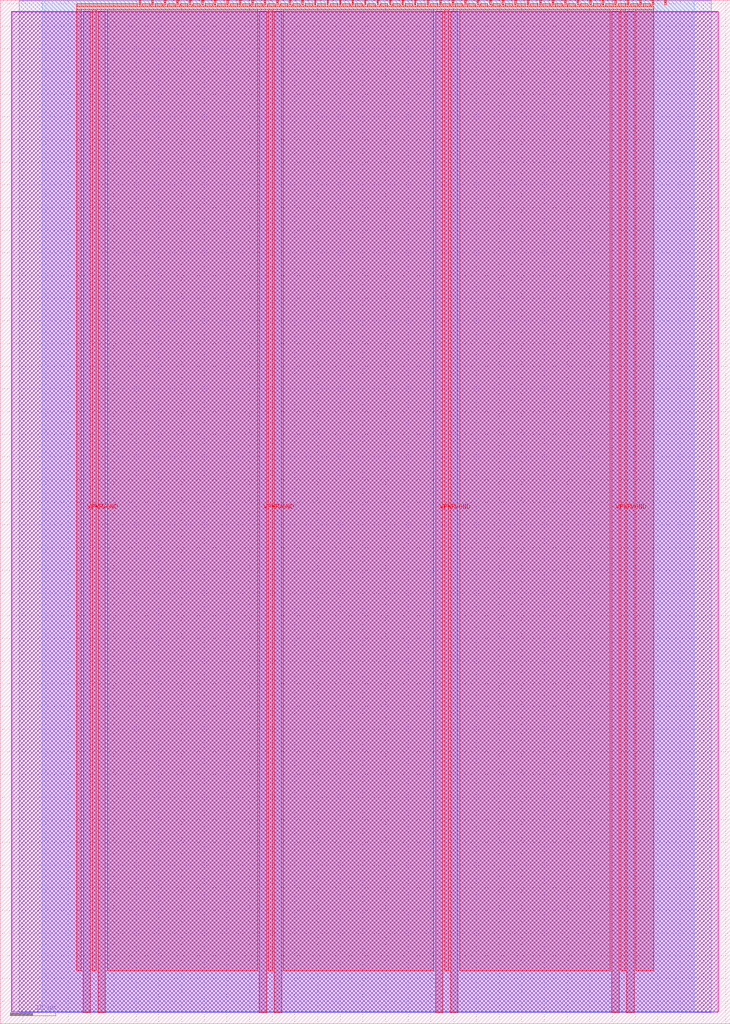
<source format=lef>
VERSION 5.7 ;
  NOWIREEXTENSIONATPIN ON ;
  DIVIDERCHAR "/" ;
  BUSBITCHARS "[]" ;
MACRO tt_um_revenantx86_tinytpu
  CLASS BLOCK ;
  FOREIGN tt_um_revenantx86_tinytpu ;
  ORIGIN 0.000 0.000 ;
  SIZE 161.000 BY 225.760 ;
  PIN VGND
    DIRECTION INOUT ;
    USE GROUND ;
    PORT
      LAYER met4 ;
        RECT 21.580 2.480 23.180 223.280 ;
    END
    PORT
      LAYER met4 ;
        RECT 60.450 2.480 62.050 223.280 ;
    END
    PORT
      LAYER met4 ;
        RECT 99.320 2.480 100.920 223.280 ;
    END
    PORT
      LAYER met4 ;
        RECT 138.190 2.480 139.790 223.280 ;
    END
  END VGND
  PIN VPWR
    DIRECTION INOUT ;
    USE POWER ;
    PORT
      LAYER met4 ;
        RECT 18.280 2.480 19.880 223.280 ;
    END
    PORT
      LAYER met4 ;
        RECT 57.150 2.480 58.750 223.280 ;
    END
    PORT
      LAYER met4 ;
        RECT 96.020 2.480 97.620 223.280 ;
    END
    PORT
      LAYER met4 ;
        RECT 134.890 2.480 136.490 223.280 ;
    END
  END VPWR
  PIN clk
    DIRECTION INPUT ;
    USE SIGNAL ;
    ANTENNAGATEAREA 0.852000 ;
    PORT
      LAYER met4 ;
        RECT 143.830 224.760 144.130 225.760 ;
    END
  END clk
  PIN ena
    DIRECTION INPUT ;
    USE SIGNAL ;
    PORT
      LAYER met4 ;
        RECT 146.590 224.760 146.890 225.760 ;
    END
  END ena
  PIN rst_n
    DIRECTION INPUT ;
    USE SIGNAL ;
    ANTENNAGATEAREA 0.213000 ;
    PORT
      LAYER met4 ;
        RECT 141.070 224.760 141.370 225.760 ;
    END
  END rst_n
  PIN ui_in[0]
    DIRECTION INPUT ;
    USE SIGNAL ;
    ANTENNAGATEAREA 0.196500 ;
    PORT
      LAYER met4 ;
        RECT 138.310 224.760 138.610 225.760 ;
    END
  END ui_in[0]
  PIN ui_in[1]
    DIRECTION INPUT ;
    USE SIGNAL ;
    ANTENNAGATEAREA 0.196500 ;
    PORT
      LAYER met4 ;
        RECT 135.550 224.760 135.850 225.760 ;
    END
  END ui_in[1]
  PIN ui_in[2]
    DIRECTION INPUT ;
    USE SIGNAL ;
    ANTENNAGATEAREA 0.213000 ;
    PORT
      LAYER met4 ;
        RECT 132.790 224.760 133.090 225.760 ;
    END
  END ui_in[2]
  PIN ui_in[3]
    DIRECTION INPUT ;
    USE SIGNAL ;
    ANTENNAGATEAREA 0.213000 ;
    PORT
      LAYER met4 ;
        RECT 130.030 224.760 130.330 225.760 ;
    END
  END ui_in[3]
  PIN ui_in[4]
    DIRECTION INPUT ;
    USE SIGNAL ;
    PORT
      LAYER met4 ;
        RECT 127.270 224.760 127.570 225.760 ;
    END
  END ui_in[4]
  PIN ui_in[5]
    DIRECTION INPUT ;
    USE SIGNAL ;
    PORT
      LAYER met4 ;
        RECT 124.510 224.760 124.810 225.760 ;
    END
  END ui_in[5]
  PIN ui_in[6]
    DIRECTION INPUT ;
    USE SIGNAL ;
    PORT
      LAYER met4 ;
        RECT 121.750 224.760 122.050 225.760 ;
    END
  END ui_in[6]
  PIN ui_in[7]
    DIRECTION INPUT ;
    USE SIGNAL ;
    PORT
      LAYER met4 ;
        RECT 118.990 224.760 119.290 225.760 ;
    END
  END ui_in[7]
  PIN uio_in[0]
    DIRECTION INPUT ;
    USE SIGNAL ;
    PORT
      LAYER met4 ;
        RECT 116.230 224.760 116.530 225.760 ;
    END
  END uio_in[0]
  PIN uio_in[1]
    DIRECTION INPUT ;
    USE SIGNAL ;
    PORT
      LAYER met4 ;
        RECT 113.470 224.760 113.770 225.760 ;
    END
  END uio_in[1]
  PIN uio_in[2]
    DIRECTION INPUT ;
    USE SIGNAL ;
    PORT
      LAYER met4 ;
        RECT 110.710 224.760 111.010 225.760 ;
    END
  END uio_in[2]
  PIN uio_in[3]
    DIRECTION INPUT ;
    USE SIGNAL ;
    PORT
      LAYER met4 ;
        RECT 107.950 224.760 108.250 225.760 ;
    END
  END uio_in[3]
  PIN uio_in[4]
    DIRECTION INPUT ;
    USE SIGNAL ;
    PORT
      LAYER met4 ;
        RECT 105.190 224.760 105.490 225.760 ;
    END
  END uio_in[4]
  PIN uio_in[5]
    DIRECTION INPUT ;
    USE SIGNAL ;
    PORT
      LAYER met4 ;
        RECT 102.430 224.760 102.730 225.760 ;
    END
  END uio_in[5]
  PIN uio_in[6]
    DIRECTION INPUT ;
    USE SIGNAL ;
    PORT
      LAYER met4 ;
        RECT 99.670 224.760 99.970 225.760 ;
    END
  END uio_in[6]
  PIN uio_in[7]
    DIRECTION INPUT ;
    USE SIGNAL ;
    PORT
      LAYER met4 ;
        RECT 96.910 224.760 97.210 225.760 ;
    END
  END uio_in[7]
  PIN uio_oe[0]
    DIRECTION OUTPUT ;
    USE SIGNAL ;
    PORT
      LAYER met4 ;
        RECT 49.990 224.760 50.290 225.760 ;
    END
  END uio_oe[0]
  PIN uio_oe[1]
    DIRECTION OUTPUT ;
    USE SIGNAL ;
    PORT
      LAYER met4 ;
        RECT 47.230 224.760 47.530 225.760 ;
    END
  END uio_oe[1]
  PIN uio_oe[2]
    DIRECTION OUTPUT ;
    USE SIGNAL ;
    PORT
      LAYER met4 ;
        RECT 44.470 224.760 44.770 225.760 ;
    END
  END uio_oe[2]
  PIN uio_oe[3]
    DIRECTION OUTPUT ;
    USE SIGNAL ;
    PORT
      LAYER met4 ;
        RECT 41.710 224.760 42.010 225.760 ;
    END
  END uio_oe[3]
  PIN uio_oe[4]
    DIRECTION OUTPUT ;
    USE SIGNAL ;
    PORT
      LAYER met4 ;
        RECT 38.950 224.760 39.250 225.760 ;
    END
  END uio_oe[4]
  PIN uio_oe[5]
    DIRECTION OUTPUT ;
    USE SIGNAL ;
    PORT
      LAYER met4 ;
        RECT 36.190 224.760 36.490 225.760 ;
    END
  END uio_oe[5]
  PIN uio_oe[6]
    DIRECTION OUTPUT ;
    USE SIGNAL ;
    PORT
      LAYER met4 ;
        RECT 33.430 224.760 33.730 225.760 ;
    END
  END uio_oe[6]
  PIN uio_oe[7]
    DIRECTION OUTPUT ;
    USE SIGNAL ;
    PORT
      LAYER met4 ;
        RECT 30.670 224.760 30.970 225.760 ;
    END
  END uio_oe[7]
  PIN uio_out[0]
    DIRECTION OUTPUT ;
    USE SIGNAL ;
    PORT
      LAYER met4 ;
        RECT 72.070 224.760 72.370 225.760 ;
    END
  END uio_out[0]
  PIN uio_out[1]
    DIRECTION OUTPUT ;
    USE SIGNAL ;
    PORT
      LAYER met4 ;
        RECT 69.310 224.760 69.610 225.760 ;
    END
  END uio_out[1]
  PIN uio_out[2]
    DIRECTION OUTPUT ;
    USE SIGNAL ;
    PORT
      LAYER met4 ;
        RECT 66.550 224.760 66.850 225.760 ;
    END
  END uio_out[2]
  PIN uio_out[3]
    DIRECTION OUTPUT ;
    USE SIGNAL ;
    PORT
      LAYER met4 ;
        RECT 63.790 224.760 64.090 225.760 ;
    END
  END uio_out[3]
  PIN uio_out[4]
    DIRECTION OUTPUT ;
    USE SIGNAL ;
    PORT
      LAYER met4 ;
        RECT 61.030 224.760 61.330 225.760 ;
    END
  END uio_out[4]
  PIN uio_out[5]
    DIRECTION OUTPUT ;
    USE SIGNAL ;
    PORT
      LAYER met4 ;
        RECT 58.270 224.760 58.570 225.760 ;
    END
  END uio_out[5]
  PIN uio_out[6]
    DIRECTION OUTPUT ;
    USE SIGNAL ;
    PORT
      LAYER met4 ;
        RECT 55.510 224.760 55.810 225.760 ;
    END
  END uio_out[6]
  PIN uio_out[7]
    DIRECTION OUTPUT ;
    USE SIGNAL ;
    PORT
      LAYER met4 ;
        RECT 52.750 224.760 53.050 225.760 ;
    END
  END uio_out[7]
  PIN uo_out[0]
    DIRECTION OUTPUT ;
    USE SIGNAL ;
    ANTENNADIFFAREA 0.445500 ;
    PORT
      LAYER met4 ;
        RECT 94.150 224.760 94.450 225.760 ;
    END
  END uo_out[0]
  PIN uo_out[1]
    DIRECTION OUTPUT ;
    USE SIGNAL ;
    ANTENNADIFFAREA 0.445500 ;
    PORT
      LAYER met4 ;
        RECT 91.390 224.760 91.690 225.760 ;
    END
  END uo_out[1]
  PIN uo_out[2]
    DIRECTION OUTPUT ;
    USE SIGNAL ;
    PORT
      LAYER met4 ;
        RECT 88.630 224.760 88.930 225.760 ;
    END
  END uo_out[2]
  PIN uo_out[3]
    DIRECTION OUTPUT ;
    USE SIGNAL ;
    PORT
      LAYER met4 ;
        RECT 85.870 224.760 86.170 225.760 ;
    END
  END uo_out[3]
  PIN uo_out[4]
    DIRECTION OUTPUT ;
    USE SIGNAL ;
    PORT
      LAYER met4 ;
        RECT 83.110 224.760 83.410 225.760 ;
    END
  END uo_out[4]
  PIN uo_out[5]
    DIRECTION OUTPUT ;
    USE SIGNAL ;
    PORT
      LAYER met4 ;
        RECT 80.350 224.760 80.650 225.760 ;
    END
  END uo_out[5]
  PIN uo_out[6]
    DIRECTION OUTPUT ;
    USE SIGNAL ;
    PORT
      LAYER met4 ;
        RECT 77.590 224.760 77.890 225.760 ;
    END
  END uo_out[6]
  PIN uo_out[7]
    DIRECTION OUTPUT ;
    USE SIGNAL ;
    PORT
      LAYER met4 ;
        RECT 74.830 224.760 75.130 225.760 ;
    END
  END uo_out[7]
  OBS
      LAYER nwell ;
        RECT 2.570 2.635 158.430 223.230 ;
      LAYER li1 ;
        RECT 2.760 2.635 158.240 223.125 ;
      LAYER met1 ;
        RECT 2.460 2.480 158.240 223.280 ;
      LAYER met2 ;
        RECT 4.240 2.535 156.760 225.605 ;
      LAYER met3 ;
        RECT 9.265 2.555 153.115 225.585 ;
      LAYER met4 ;
        RECT 16.855 224.360 30.270 224.905 ;
        RECT 31.370 224.360 33.030 224.905 ;
        RECT 34.130 224.360 35.790 224.905 ;
        RECT 36.890 224.360 38.550 224.905 ;
        RECT 39.650 224.360 41.310 224.905 ;
        RECT 42.410 224.360 44.070 224.905 ;
        RECT 45.170 224.360 46.830 224.905 ;
        RECT 47.930 224.360 49.590 224.905 ;
        RECT 50.690 224.360 52.350 224.905 ;
        RECT 53.450 224.360 55.110 224.905 ;
        RECT 56.210 224.360 57.870 224.905 ;
        RECT 58.970 224.360 60.630 224.905 ;
        RECT 61.730 224.360 63.390 224.905 ;
        RECT 64.490 224.360 66.150 224.905 ;
        RECT 67.250 224.360 68.910 224.905 ;
        RECT 70.010 224.360 71.670 224.905 ;
        RECT 72.770 224.360 74.430 224.905 ;
        RECT 75.530 224.360 77.190 224.905 ;
        RECT 78.290 224.360 79.950 224.905 ;
        RECT 81.050 224.360 82.710 224.905 ;
        RECT 83.810 224.360 85.470 224.905 ;
        RECT 86.570 224.360 88.230 224.905 ;
        RECT 89.330 224.360 90.990 224.905 ;
        RECT 92.090 224.360 93.750 224.905 ;
        RECT 94.850 224.360 96.510 224.905 ;
        RECT 97.610 224.360 99.270 224.905 ;
        RECT 100.370 224.360 102.030 224.905 ;
        RECT 103.130 224.360 104.790 224.905 ;
        RECT 105.890 224.360 107.550 224.905 ;
        RECT 108.650 224.360 110.310 224.905 ;
        RECT 111.410 224.360 113.070 224.905 ;
        RECT 114.170 224.360 115.830 224.905 ;
        RECT 116.930 224.360 118.590 224.905 ;
        RECT 119.690 224.360 121.350 224.905 ;
        RECT 122.450 224.360 124.110 224.905 ;
        RECT 125.210 224.360 126.870 224.905 ;
        RECT 127.970 224.360 129.630 224.905 ;
        RECT 130.730 224.360 132.390 224.905 ;
        RECT 133.490 224.360 135.150 224.905 ;
        RECT 136.250 224.360 137.910 224.905 ;
        RECT 139.010 224.360 140.670 224.905 ;
        RECT 141.770 224.360 143.430 224.905 ;
        RECT 16.855 223.680 144.145 224.360 ;
        RECT 16.855 11.735 17.880 223.680 ;
        RECT 20.280 11.735 21.180 223.680 ;
        RECT 23.580 11.735 56.750 223.680 ;
        RECT 59.150 11.735 60.050 223.680 ;
        RECT 62.450 11.735 95.620 223.680 ;
        RECT 98.020 11.735 98.920 223.680 ;
        RECT 101.320 11.735 134.490 223.680 ;
        RECT 136.890 11.735 137.790 223.680 ;
        RECT 140.190 11.735 144.145 223.680 ;
  END
END tt_um_revenantx86_tinytpu
END LIBRARY


</source>
